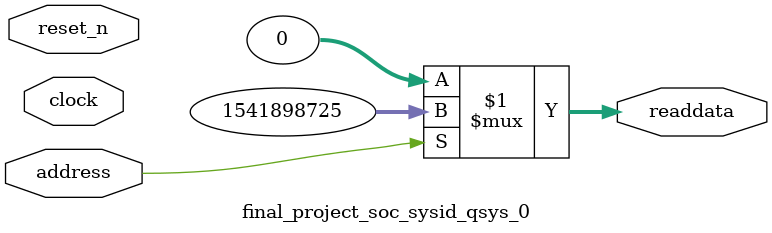
<source format=v>



// synthesis translate_off
`timescale 1ns / 1ps
// synthesis translate_on

// turn off superfluous verilog processor warnings 
// altera message_level Level1 
// altera message_off 10034 10035 10036 10037 10230 10240 10030 

module final_project_soc_sysid_qsys_0 (
               // inputs:
                address,
                clock,
                reset_n,

               // outputs:
                readdata
             )
;

  output  [ 31: 0] readdata;
  input            address;
  input            clock;
  input            reset_n;

  wire    [ 31: 0] readdata;
  //control_slave, which is an e_avalon_slave
  assign readdata = address ? 1541898725 : 0;

endmodule



</source>
